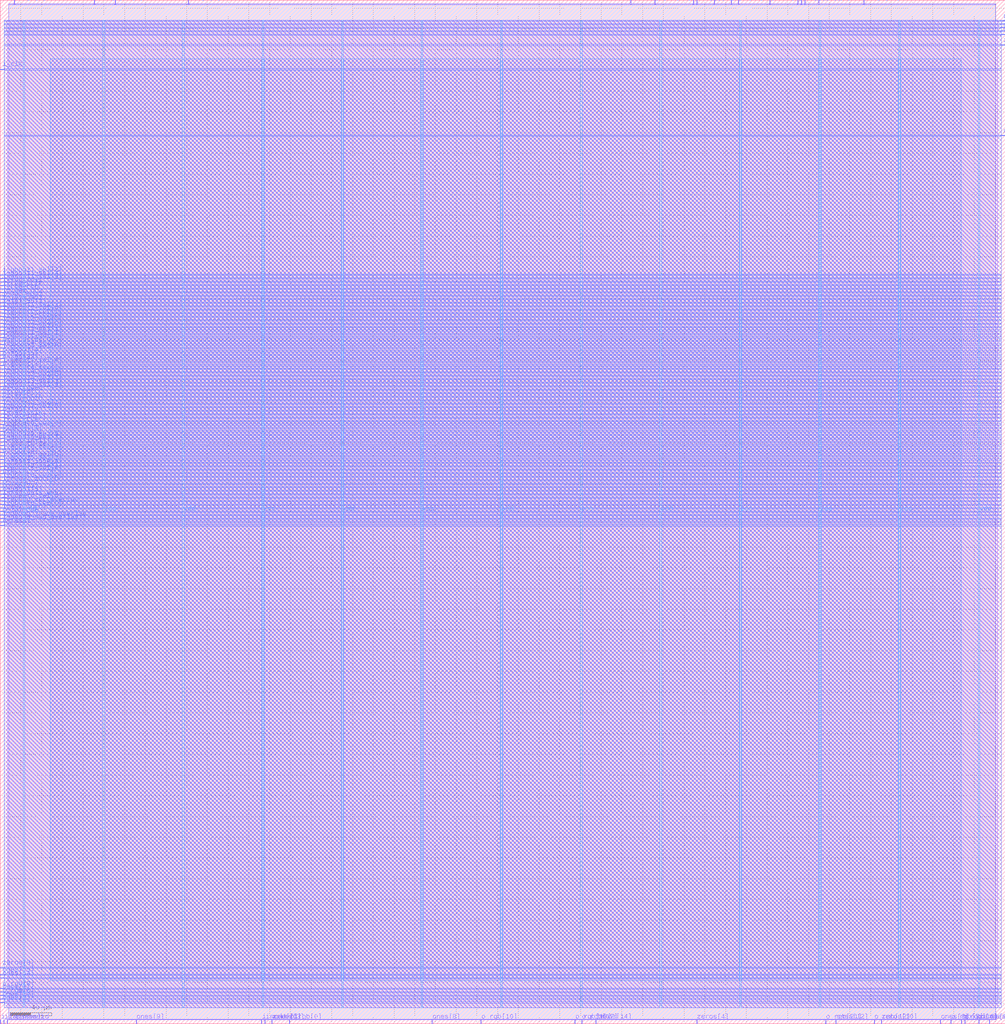
<source format=lef>
VERSION 5.7 ;
  NOWIREEXTENSIONATPIN ON ;
  DIVIDERCHAR "/" ;
  BUSBITCHARS "[]" ;
MACRO top_ew_algofoogle
  CLASS BLOCK ;
  FOREIGN top_ew_algofoogle ;
  ORIGIN 0.000 0.000 ;
  SIZE 969.855 BY 987.775 ;
  PIN i_clk
    DIRECTION INPUT ;
    USE SIGNAL ;
    ANTENNAGATEAREA 4.738000 ;
    ANTENNADIFFAREA 0.410400 ;
    PORT
      LAYER Metal3 ;
        RECT 0.000 920.640 4.000 921.200 ;
    END
  END i_clk
  PIN i_debug_map_overlay
    DIRECTION INPUT ;
    USE SIGNAL ;
    ANTENNAGATEAREA 0.498500 ;
    ANTENNADIFFAREA 0.410400 ;
    PORT
      LAYER Metal3 ;
        RECT 0.000 483.840 4.000 484.400 ;
    END
  END i_debug_map_overlay
  PIN i_debug_trace_overlay
    DIRECTION INPUT ;
    USE SIGNAL ;
    ANTENNAGATEAREA 1.102000 ;
    ANTENNADIFFAREA 0.410400 ;
    PORT
      LAYER Metal3 ;
        RECT 0.000 487.200 4.000 487.760 ;
    END
  END i_debug_trace_overlay
  PIN i_debug_vec_overlay
    DIRECTION INPUT ;
    USE SIGNAL ;
    ANTENNAGATEAREA 0.726000 ;
    ANTENNADIFFAREA 0.410400 ;
    PORT
      LAYER Metal3 ;
        RECT 0.000 500.640 4.000 501.200 ;
    END
  END i_debug_vec_overlay
  PIN i_gpout0_sel[0]
    DIRECTION INPUT ;
    USE SIGNAL ;
    ANTENNAGATEAREA 0.726000 ;
    ANTENNADIFFAREA 0.410400 ;
    PORT
      LAYER Metal3 ;
        RECT 0.000 504.000 4.000 504.560 ;
    END
  END i_gpout0_sel[0]
  PIN i_gpout0_sel[1]
    DIRECTION INPUT ;
    USE SIGNAL ;
    ANTENNAGATEAREA 1.102000 ;
    ANTENNADIFFAREA 0.410400 ;
    PORT
      LAYER Metal3 ;
        RECT 0.000 551.040 4.000 551.600 ;
    END
  END i_gpout0_sel[1]
  PIN i_gpout0_sel[2]
    DIRECTION INPUT ;
    USE SIGNAL ;
    ANTENNAGATEAREA 1.102000 ;
    ANTENNADIFFAREA 0.410400 ;
    PORT
      LAYER Metal3 ;
        RECT 0.000 554.400 4.000 554.960 ;
    END
  END i_gpout0_sel[2]
  PIN i_gpout0_sel[3]
    DIRECTION INPUT ;
    USE SIGNAL ;
    ANTENNAGATEAREA 1.102000 ;
    ANTENNADIFFAREA 0.410400 ;
    PORT
      LAYER Metal3 ;
        RECT 0.000 561.120 4.000 561.680 ;
    END
  END i_gpout0_sel[3]
  PIN i_gpout0_sel[4]
    DIRECTION INPUT ;
    USE SIGNAL ;
    ANTENNAGATEAREA 1.102000 ;
    ANTENNADIFFAREA 0.410400 ;
    PORT
      LAYER Metal3 ;
        RECT 0.000 574.560 4.000 575.120 ;
    END
  END i_gpout0_sel[4]
  PIN i_gpout0_sel[5]
    DIRECTION INPUT ;
    USE SIGNAL ;
    ANTENNAGATEAREA 0.726000 ;
    ANTENNADIFFAREA 0.410400 ;
    PORT
      LAYER Metal3 ;
        RECT 0.000 564.480 4.000 565.040 ;
    END
  END i_gpout0_sel[5]
  PIN i_gpout1_sel[0]
    DIRECTION INPUT ;
    USE SIGNAL ;
    ANTENNAGATEAREA 0.726000 ;
    ANTENNADIFFAREA 0.410400 ;
    PORT
      LAYER Metal3 ;
        RECT 0.000 672.000 4.000 672.560 ;
    END
  END i_gpout1_sel[0]
  PIN i_gpout1_sel[1]
    DIRECTION INPUT ;
    USE SIGNAL ;
    ANTENNAGATEAREA 0.726000 ;
    ANTENNADIFFAREA 0.410400 ;
    PORT
      LAYER Metal3 ;
        RECT 0.000 661.920 4.000 662.480 ;
    END
  END i_gpout1_sel[1]
  PIN i_gpout1_sel[2]
    DIRECTION INPUT ;
    USE SIGNAL ;
    ANTENNAGATEAREA 1.102000 ;
    ANTENNADIFFAREA 0.410400 ;
    PORT
      LAYER Metal3 ;
        RECT 0.000 722.400 4.000 722.960 ;
    END
  END i_gpout1_sel[2]
  PIN i_gpout1_sel[3]
    DIRECTION INPUT ;
    USE SIGNAL ;
    ANTENNAGATEAREA 1.102000 ;
    ANTENNADIFFAREA 0.410400 ;
    PORT
      LAYER Metal3 ;
        RECT 0.000 688.800 4.000 689.360 ;
    END
  END i_gpout1_sel[3]
  PIN i_gpout1_sel[4]
    DIRECTION INPUT ;
    USE SIGNAL ;
    ANTENNAGATEAREA 1.102000 ;
    ANTENNADIFFAREA 0.410400 ;
    PORT
      LAYER Metal3 ;
        RECT 0.000 719.040 4.000 719.600 ;
    END
  END i_gpout1_sel[4]
  PIN i_gpout1_sel[5]
    DIRECTION INPUT ;
    USE SIGNAL ;
    ANTENNAGATEAREA 0.726000 ;
    ANTENNADIFFAREA 0.410400 ;
    PORT
      LAYER Metal3 ;
        RECT 0.000 715.680 4.000 716.240 ;
    END
  END i_gpout1_sel[5]
  PIN i_gpout2_sel[0]
    DIRECTION INPUT ;
    USE SIGNAL ;
    ANTENNAGATEAREA 0.726000 ;
    ANTENNADIFFAREA 0.410400 ;
    PORT
      LAYER Metal3 ;
        RECT 0.000 685.440 4.000 686.000 ;
    END
  END i_gpout2_sel[0]
  PIN i_gpout2_sel[1]
    DIRECTION INPUT ;
    USE SIGNAL ;
    ANTENNAGATEAREA 1.102000 ;
    ANTENNADIFFAREA 0.410400 ;
    PORT
      LAYER Metal3 ;
        RECT 0.000 682.080 4.000 682.640 ;
    END
  END i_gpout2_sel[1]
  PIN i_gpout2_sel[2]
    DIRECTION INPUT ;
    USE SIGNAL ;
    ANTENNAGATEAREA 0.498500 ;
    ANTENNADIFFAREA 0.410400 ;
    PORT
      LAYER Metal3 ;
        RECT 0.000 678.720 4.000 679.280 ;
    END
  END i_gpout2_sel[2]
  PIN i_gpout2_sel[3]
    DIRECTION INPUT ;
    USE SIGNAL ;
    ANTENNAGATEAREA 1.102000 ;
    ANTENNADIFFAREA 0.410400 ;
    PORT
      LAYER Metal3 ;
        RECT 0.000 675.360 4.000 675.920 ;
    END
  END i_gpout2_sel[3]
  PIN i_gpout2_sel[4]
    DIRECTION INPUT ;
    USE SIGNAL ;
    ANTENNAGATEAREA 0.726000 ;
    ANTENNADIFFAREA 0.410400 ;
    PORT
      LAYER Metal3 ;
        RECT 0.000 665.280 4.000 665.840 ;
    END
  END i_gpout2_sel[4]
  PIN i_gpout2_sel[5]
    DIRECTION INPUT ;
    USE SIGNAL ;
    ANTENNAGATEAREA 0.726000 ;
    ANTENNADIFFAREA 0.410400 ;
    PORT
      LAYER Metal3 ;
        RECT 0.000 668.640 4.000 669.200 ;
    END
  END i_gpout2_sel[5]
  PIN i_gpout3_sel[0]
    DIRECTION INPUT ;
    USE SIGNAL ;
    ANTENNAGATEAREA 0.498500 ;
    ANTENNADIFFAREA 0.410400 ;
    PORT
      LAYER Metal3 ;
        RECT 0.000 591.360 4.000 591.920 ;
    END
  END i_gpout3_sel[0]
  PIN i_gpout3_sel[1]
    DIRECTION INPUT ;
    USE SIGNAL ;
    ANTENNAGATEAREA 1.102000 ;
    ANTENNADIFFAREA 0.410400 ;
    PORT
      LAYER Metal3 ;
        RECT 0.000 594.720 4.000 595.280 ;
    END
  END i_gpout3_sel[1]
  PIN i_gpout3_sel[2]
    DIRECTION INPUT ;
    USE SIGNAL ;
    ANTENNAGATEAREA 0.726000 ;
    ANTENNADIFFAREA 0.410400 ;
    PORT
      LAYER Metal3 ;
        RECT 0.000 614.880 4.000 615.440 ;
    END
  END i_gpout3_sel[2]
  PIN i_gpout3_sel[3]
    DIRECTION INPUT ;
    USE SIGNAL ;
    ANTENNAGATEAREA 1.102000 ;
    ANTENNADIFFAREA 0.410400 ;
    PORT
      LAYER Metal3 ;
        RECT 0.000 658.560 4.000 659.120 ;
    END
  END i_gpout3_sel[3]
  PIN i_gpout3_sel[4]
    DIRECTION INPUT ;
    USE SIGNAL ;
    ANTENNAGATEAREA 0.726000 ;
    ANTENNADIFFAREA 0.410400 ;
    PORT
      LAYER Metal3 ;
        RECT 0.000 635.040 4.000 635.600 ;
    END
  END i_gpout3_sel[4]
  PIN i_gpout3_sel[5]
    DIRECTION INPUT ;
    USE SIGNAL ;
    ANTENNAGATEAREA 0.726000 ;
    ANTENNADIFFAREA 0.410400 ;
    PORT
      LAYER Metal3 ;
        RECT 0.000 621.600 4.000 622.160 ;
    END
  END i_gpout3_sel[5]
  PIN i_gpout4_sel[0]
    DIRECTION INPUT ;
    USE SIGNAL ;
    ANTENNAGATEAREA 0.726000 ;
    ANTENNADIFFAREA 0.410400 ;
    PORT
      LAYER Metal3 ;
        RECT 0.000 648.480 4.000 649.040 ;
    END
  END i_gpout4_sel[0]
  PIN i_gpout4_sel[1]
    DIRECTION INPUT ;
    USE SIGNAL ;
    ANTENNAGATEAREA 0.726000 ;
    ANTENNADIFFAREA 0.410400 ;
    PORT
      LAYER Metal3 ;
        RECT 0.000 628.320 4.000 628.880 ;
    END
  END i_gpout4_sel[1]
  PIN i_gpout4_sel[2]
    DIRECTION INPUT ;
    USE SIGNAL ;
    ANTENNAGATEAREA 0.726000 ;
    ANTENNADIFFAREA 0.410400 ;
    PORT
      LAYER Metal3 ;
        RECT 0.000 651.840 4.000 652.400 ;
    END
  END i_gpout4_sel[2]
  PIN i_gpout4_sel[3]
    DIRECTION INPUT ;
    USE SIGNAL ;
    ANTENNAGATEAREA 1.102000 ;
    ANTENNADIFFAREA 0.410400 ;
    PORT
      LAYER Metal3 ;
        RECT 0.000 618.240 4.000 618.800 ;
    END
  END i_gpout4_sel[3]
  PIN i_gpout4_sel[4]
    DIRECTION INPUT ;
    USE SIGNAL ;
    ANTENNAGATEAREA 1.102000 ;
    ANTENNADIFFAREA 0.410400 ;
    PORT
      LAYER Metal3 ;
        RECT 0.000 624.960 4.000 625.520 ;
    END
  END i_gpout4_sel[4]
  PIN i_gpout4_sel[5]
    DIRECTION INPUT ;
    USE SIGNAL ;
    ANTENNAGATEAREA 1.102000 ;
    ANTENNADIFFAREA 0.410400 ;
    PORT
      LAYER Metal3 ;
        RECT 0.000 611.520 4.000 612.080 ;
    END
  END i_gpout4_sel[5]
  PIN i_gpout5_sel[0]
    DIRECTION INPUT ;
    USE SIGNAL ;
    ANTENNAGATEAREA 0.726000 ;
    ANTENNADIFFAREA 0.410400 ;
    PORT
      LAYER Metal3 ;
        RECT 0.000 497.280 4.000 497.840 ;
    END
  END i_gpout5_sel[0]
  PIN i_gpout5_sel[1]
    DIRECTION INPUT ;
    USE SIGNAL ;
    ANTENNAGATEAREA 0.726000 ;
    ANTENNADIFFAREA 0.410400 ;
    PORT
      LAYER Metal3 ;
        RECT 0.000 534.240 4.000 534.800 ;
    END
  END i_gpout5_sel[1]
  PIN i_gpout5_sel[2]
    DIRECTION INPUT ;
    USE SIGNAL ;
    ANTENNAGATEAREA 0.726000 ;
    ANTENNADIFFAREA 0.410400 ;
    PORT
      LAYER Metal3 ;
        RECT 0.000 524.160 4.000 524.720 ;
    END
  END i_gpout5_sel[2]
  PIN i_gpout5_sel[3]
    DIRECTION INPUT ;
    USE SIGNAL ;
    ANTENNAGATEAREA 0.498500 ;
    ANTENNADIFFAREA 0.410400 ;
    PORT
      LAYER Metal3 ;
        RECT 0.000 540.960 4.000 541.520 ;
    END
  END i_gpout5_sel[3]
  PIN i_gpout5_sel[4]
    DIRECTION INPUT ;
    USE SIGNAL ;
    ANTENNAGATEAREA 0.726000 ;
    ANTENNADIFFAREA 0.410400 ;
    PORT
      LAYER Metal3 ;
        RECT 0.000 530.880 4.000 531.440 ;
    END
  END i_gpout5_sel[4]
  PIN i_gpout5_sel[5]
    DIRECTION INPUT ;
    USE SIGNAL ;
    ANTENNAGATEAREA 0.726000 ;
    ANTENNADIFFAREA 0.410400 ;
    PORT
      LAYER Metal3 ;
        RECT 0.000 544.320 4.000 544.880 ;
    END
  END i_gpout5_sel[5]
  PIN i_la_invalid
    DIRECTION INPUT ;
    USE SIGNAL ;
    PORT
      LAYER Metal2 ;
        RECT 0.000 0.000 0.560 4.000 ;
    END
  END i_la_invalid
  PIN i_mode[0]
    DIRECTION INPUT ;
    USE SIGNAL ;
    ANTENNAGATEAREA 1.102000 ;
    ANTENNADIFFAREA 0.410400 ;
    PORT
      LAYER Metal2 ;
        RECT 252.000 0.000 252.560 4.000 ;
    END
  END i_mode[0]
  PIN i_mode[1]
    DIRECTION INPUT ;
    USE SIGNAL ;
    ANTENNAGATEAREA 1.102000 ;
    ANTENNADIFFAREA 0.410400 ;
    PORT
      LAYER Metal2 ;
        RECT 255.360 0.000 255.920 4.000 ;
    END
  END i_mode[1]
  PIN i_mode[2]
    DIRECTION INPUT ;
    USE SIGNAL ;
    ANTENNAGATEAREA 1.102000 ;
    ANTENNADIFFAREA 0.410400 ;
    PORT
      LAYER Metal2 ;
        RECT 608.160 983.775 608.720 987.775 ;
    END
  END i_mode[2]
  PIN i_reg_csb
    DIRECTION INPUT ;
    USE SIGNAL ;
    ANTENNAGATEAREA 1.102000 ;
    ANTENNADIFFAREA 0.410400 ;
    PORT
      LAYER Metal3 ;
        RECT 0.000 705.600 4.000 706.160 ;
    END
  END i_reg_csb
  PIN i_reg_mosi
    DIRECTION INPUT ;
    USE SIGNAL ;
    ANTENNAGATEAREA 1.102000 ;
    ANTENNADIFFAREA 0.410400 ;
    PORT
      LAYER Metal3 ;
        RECT 0.000 712.320 4.000 712.880 ;
    END
  END i_reg_mosi
  PIN i_reg_outs_enb
    DIRECTION INPUT ;
    USE SIGNAL ;
    ANTENNAGATEAREA 1.102000 ;
    ANTENNADIFFAREA 0.410400 ;
    PORT
      LAYER Metal3 ;
        RECT 0.000 507.360 4.000 507.920 ;
    END
  END i_reg_outs_enb
  PIN i_reg_sclk
    DIRECTION INPUT ;
    USE SIGNAL ;
    ANTENNAGATEAREA 1.102000 ;
    ANTENNADIFFAREA 0.410400 ;
    PORT
      LAYER Metal3 ;
        RECT 0.000 708.960 4.000 709.520 ;
    END
  END i_reg_sclk
  PIN i_reset_lock_a
    DIRECTION INPUT ;
    USE SIGNAL ;
    ANTENNAGATEAREA 1.102000 ;
    ANTENNADIFFAREA 0.410400 ;
    PORT
      LAYER Metal3 ;
        RECT 0.000 537.600 4.000 538.160 ;
    END
  END i_reset_lock_a
  PIN i_reset_lock_b
    DIRECTION INPUT ;
    USE SIGNAL ;
    ANTENNAGATEAREA 1.102000 ;
    ANTENNADIFFAREA 0.410400 ;
    PORT
      LAYER Metal3 ;
        RECT 0.000 520.800 4.000 521.360 ;
    END
  END i_reset_lock_b
  PIN i_spare_0
    DIRECTION INPUT ;
    USE SIGNAL ;
    PORT
      LAYER Metal2 ;
        RECT 3.360 0.000 3.920 4.000 ;
    END
  END i_spare_0
  PIN i_spare_1
    DIRECTION INPUT ;
    USE SIGNAL ;
    PORT
      LAYER Metal2 ;
        RECT 6.720 0.000 7.280 4.000 ;
    END
  END i_spare_1
  PIN i_test_uc2
    DIRECTION INPUT ;
    USE SIGNAL ;
    ANTENNAGATEAREA 0.498500 ;
    ANTENNADIFFAREA 0.410400 ;
    PORT
      LAYER Metal3 ;
        RECT 0.000 702.240 4.000 702.800 ;
    END
  END i_test_uc2
  PIN i_test_wci
    DIRECTION INPUT ;
    USE SIGNAL ;
    ANTENNAGATEAREA 0.726000 ;
    ANTENNADIFFAREA 0.410400 ;
    PORT
      LAYER Metal3 ;
        RECT 0.000 695.520 4.000 696.080 ;
    END
  END i_test_wci
  PIN i_tex_in[0]
    DIRECTION INPUT ;
    USE SIGNAL ;
    ANTENNAGATEAREA 0.726000 ;
    ANTENNADIFFAREA 0.410400 ;
    PORT
      LAYER Metal3 ;
        RECT 0.000 493.920 4.000 494.480 ;
    END
  END i_tex_in[0]
  PIN i_tex_in[1]
    DIRECTION INPUT ;
    USE SIGNAL ;
    ANTENNAGATEAREA 0.726000 ;
    ANTENNADIFFAREA 0.410400 ;
    PORT
      LAYER Metal3 ;
        RECT 0.000 557.760 4.000 558.320 ;
    END
  END i_tex_in[1]
  PIN i_tex_in[2]
    DIRECTION INPUT ;
    USE SIGNAL ;
    ANTENNAGATEAREA 0.726000 ;
    ANTENNADIFFAREA 0.410400 ;
    PORT
      LAYER Metal3 ;
        RECT 0.000 692.160 4.000 692.720 ;
    END
  END i_tex_in[2]
  PIN i_tex_in[3]
    DIRECTION INPUT ;
    USE SIGNAL ;
    ANTENNAGATEAREA 0.726000 ;
    ANTENNADIFFAREA 0.410400 ;
    PORT
      LAYER Metal3 ;
        RECT 0.000 581.280 4.000 581.840 ;
    END
  END i_tex_in[3]
  PIN i_vec_csb
    DIRECTION INPUT ;
    USE SIGNAL ;
    ANTENNAGATEAREA 1.102000 ;
    ANTENNADIFFAREA 0.410400 ;
    PORT
      LAYER Metal3 ;
        RECT 0.000 577.920 4.000 578.480 ;
    END
  END i_vec_csb
  PIN i_vec_mosi
    DIRECTION INPUT ;
    USE SIGNAL ;
    ANTENNAGATEAREA 1.102000 ;
    ANTENNADIFFAREA 0.410400 ;
    PORT
      LAYER Metal3 ;
        RECT 0.000 698.880 4.000 699.440 ;
    END
  END i_vec_mosi
  PIN i_vec_sclk
    DIRECTION INPUT ;
    USE SIGNAL ;
    ANTENNAGATEAREA 1.102000 ;
    ANTENNADIFFAREA 0.410400 ;
    PORT
      LAYER Metal3 ;
        RECT 0.000 584.640 4.000 585.200 ;
    END
  END i_vec_sclk
  PIN o_gpout[0]
    DIRECTION OUTPUT TRISTATE ;
    USE SIGNAL ;
    ANTENNADIFFAREA 0.897600 ;
    PORT
      LAYER Metal3 ;
        RECT 0.000 567.840 4.000 568.400 ;
    END
  END o_gpout[0]
  PIN o_gpout[1]
    DIRECTION OUTPUT TRISTATE ;
    USE SIGNAL ;
    ANTENNADIFFAREA 0.897600 ;
    PORT
      LAYER Metal3 ;
        RECT 0.000 571.200 4.000 571.760 ;
    END
  END o_gpout[1]
  PIN o_gpout[2]
    DIRECTION OUTPUT TRISTATE ;
    USE SIGNAL ;
    ANTENNADIFFAREA 0.897600 ;
    PORT
      LAYER Metal3 ;
        RECT 0.000 655.200 4.000 655.760 ;
    END
  END o_gpout[2]
  PIN o_gpout[3]
    DIRECTION OUTPUT TRISTATE ;
    USE SIGNAL ;
    ANTENNADIFFAREA 0.897600 ;
    PORT
      LAYER Metal3 ;
        RECT 0.000 631.680 4.000 632.240 ;
    END
  END o_gpout[3]
  PIN o_gpout[4]
    DIRECTION OUTPUT TRISTATE ;
    USE SIGNAL ;
    ANTENNADIFFAREA 0.897600 ;
    PORT
      LAYER Metal3 ;
        RECT 0.000 645.120 4.000 645.680 ;
    END
  END o_gpout[4]
  PIN o_gpout[5]
    DIRECTION OUTPUT TRISTATE ;
    USE SIGNAL ;
    ANTENNADIFFAREA 0.897600 ;
    PORT
      LAYER Metal3 ;
        RECT 0.000 510.720 4.000 511.280 ;
    END
  END o_gpout[5]
  PIN o_hsync
    DIRECTION OUTPUT TRISTATE ;
    USE SIGNAL ;
    ANTENNADIFFAREA 2.080400 ;
    PORT
      LAYER Metal3 ;
        RECT 0.000 527.520 4.000 528.080 ;
    END
  END o_hsync
  PIN o_reset
    DIRECTION OUTPUT TRISTATE ;
    USE SIGNAL ;
    ANTENNADIFFAREA 1.986000 ;
    PORT
      LAYER Metal3 ;
        RECT 0.000 480.480 4.000 481.040 ;
    END
  END o_reset
  PIN o_rgb[0]
    DIRECTION OUTPUT TRISTATE ;
    USE SIGNAL ;
    ANTENNADIFFAREA 0.360800 ;
    PORT
      LAYER Metal2 ;
        RECT 278.880 0.000 279.440 4.000 ;
    END
  END o_rgb[0]
  PIN o_rgb[10]
    DIRECTION OUTPUT TRISTATE ;
    USE SIGNAL ;
    ANTENNADIFFAREA 0.360800 ;
    PORT
      LAYER Metal2 ;
        RECT 463.680 0.000 464.240 4.000 ;
    END
  END o_rgb[10]
  PIN o_rgb[11]
    DIRECTION OUTPUT TRISTATE ;
    USE SIGNAL ;
    ANTENNADIFFAREA 0.360800 ;
    PORT
      LAYER Metal2 ;
        RECT 772.800 983.775 773.360 987.775 ;
    END
  END o_rgb[11]
  PIN o_rgb[12]
    DIRECTION OUTPUT TRISTATE ;
    USE SIGNAL ;
    ANTENNADIFFAREA 0.360800 ;
    PORT
      LAYER Metal2 ;
        RECT 843.360 0.000 843.920 4.000 ;
    END
  END o_rgb[12]
  PIN o_rgb[13]
    DIRECTION OUTPUT TRISTATE ;
    USE SIGNAL ;
    ANTENNADIFFAREA 0.360800 ;
    PORT
      LAYER Metal2 ;
        RECT 672.000 983.775 672.560 987.775 ;
    END
  END o_rgb[13]
  PIN o_rgb[14]
    DIRECTION OUTPUT TRISTATE ;
    USE SIGNAL ;
    ANTENNADIFFAREA 1.986000 ;
    PORT
      LAYER Metal3 ;
        RECT 0.000 547.680 4.000 548.240 ;
    END
  END o_rgb[14]
  PIN o_rgb[15]
    DIRECTION OUTPUT TRISTATE ;
    USE SIGNAL ;
    ANTENNADIFFAREA 1.986000 ;
    PORT
      LAYER Metal3 ;
        RECT 0.000 641.760 4.000 642.320 ;
    END
  END o_rgb[15]
  PIN o_rgb[16]
    DIRECTION OUTPUT TRISTATE ;
    USE SIGNAL ;
    ANTENNADIFFAREA 0.360800 ;
    PORT
      LAYER Metal2 ;
        RECT 927.360 0.000 927.920 4.000 ;
    END
  END o_rgb[16]
  PIN o_rgb[17]
    DIRECTION OUTPUT TRISTATE ;
    USE SIGNAL ;
    ANTENNADIFFAREA 0.360800 ;
    PORT
      LAYER Metal2 ;
        RECT 561.120 0.000 561.680 4.000 ;
    END
  END o_rgb[17]
  PIN o_rgb[18]
    DIRECTION OUTPUT TRISTATE ;
    USE SIGNAL ;
    ANTENNADIFFAREA 0.360800 ;
    PORT
      LAYER Metal2 ;
        RECT 833.280 983.775 833.840 987.775 ;
    END
  END o_rgb[18]
  PIN o_rgb[19]
    DIRECTION OUTPUT TRISTATE ;
    USE SIGNAL ;
    ANTENNADIFFAREA 0.360800 ;
    PORT
      LAYER Metal2 ;
        RECT 554.400 0.000 554.960 4.000 ;
    END
  END o_rgb[19]
  PIN o_rgb[1]
    DIRECTION OUTPUT TRISTATE ;
    USE SIGNAL ;
    ANTENNADIFFAREA 0.360800 ;
    PORT
      LAYER Metal3 ;
        RECT 965.855 856.800 969.855 857.360 ;
    END
  END o_rgb[1]
  PIN o_rgb[20]
    DIRECTION OUTPUT TRISTATE ;
    USE SIGNAL ;
    ANTENNADIFFAREA 0.360800 ;
    PORT
      LAYER Metal3 ;
        RECT 965.855 957.600 969.855 958.160 ;
    END
  END o_rgb[20]
  PIN o_rgb[21]
    DIRECTION OUTPUT TRISTATE ;
    USE SIGNAL ;
    ANTENNADIFFAREA 0.360800 ;
    PORT
      LAYER Metal2 ;
        RECT 796.320 0.000 796.880 4.000 ;
    END
  END o_rgb[21]
  PIN o_rgb[22]
    DIRECTION OUTPUT TRISTATE ;
    USE SIGNAL ;
    ANTENNADIFFAREA 1.986000 ;
    PORT
      LAYER Metal3 ;
        RECT 0.000 638.400 4.000 638.960 ;
    END
  END o_rgb[22]
  PIN o_rgb[23]
    DIRECTION OUTPUT TRISTATE ;
    USE SIGNAL ;
    ANTENNADIFFAREA 1.986000 ;
    PORT
      LAYER Metal3 ;
        RECT 0.000 514.080 4.000 514.640 ;
    END
  END o_rgb[23]
  PIN o_rgb[2]
    DIRECTION OUTPUT TRISTATE ;
    USE SIGNAL ;
    ANTENNADIFFAREA 0.360800 ;
    PORT
      LAYER Metal2 ;
        RECT 181.440 983.775 182.000 987.775 ;
    END
  END o_rgb[2]
  PIN o_rgb[3]
    DIRECTION OUTPUT TRISTATE ;
    USE SIGNAL ;
    ANTENNADIFFAREA 0.360800 ;
    PORT
      LAYER Metal2 ;
        RECT 13.440 983.775 14.000 987.775 ;
    END
  END o_rgb[3]
  PIN o_rgb[4]
    DIRECTION OUTPUT TRISTATE ;
    USE SIGNAL ;
    ANTENNADIFFAREA 0.360800 ;
    PORT
      LAYER Metal2 ;
        RECT 930.720 0.000 931.280 4.000 ;
    END
  END o_rgb[4]
  PIN o_rgb[5]
    DIRECTION OUTPUT TRISTATE ;
    USE SIGNAL ;
    ANTENNADIFFAREA 0.360800 ;
    PORT
      LAYER Metal3 ;
        RECT 0.000 26.880 4.000 27.440 ;
    END
  END o_rgb[5]
  PIN o_rgb[6]
    DIRECTION OUTPUT TRISTATE ;
    USE SIGNAL ;
    ANTENNADIFFAREA 2.080400 ;
    PORT
      LAYER Metal3 ;
        RECT 0.000 604.800 4.000 605.360 ;
    END
  END o_rgb[6]
  PIN o_rgb[7]
    DIRECTION OUTPUT TRISTATE ;
    USE SIGNAL ;
    ANTENNADIFFAREA 2.080400 ;
    PORT
      LAYER Metal3 ;
        RECT 0.000 588.000 4.000 588.560 ;
    END
  END o_rgb[7]
  PIN o_rgb[8]
    DIRECTION OUTPUT TRISTATE ;
    USE SIGNAL ;
    ANTENNADIFFAREA 0.360800 ;
    PORT
      LAYER Metal3 ;
        RECT 0.000 33.600 4.000 34.160 ;
    END
  END o_rgb[8]
  PIN o_rgb[9]
    DIRECTION OUTPUT TRISTATE ;
    USE SIGNAL ;
    ANTENNADIFFAREA 0.360800 ;
    PORT
      LAYER Metal2 ;
        RECT 917.280 0.000 917.840 4.000 ;
    END
  END o_rgb[9]
  PIN o_tex_csb
    DIRECTION OUTPUT TRISTATE ;
    USE SIGNAL ;
    ANTENNADIFFAREA 1.986000 ;
    PORT
      LAYER Metal3 ;
        RECT 0.000 490.560 4.000 491.120 ;
    END
  END o_tex_csb
  PIN o_tex_oeb0
    DIRECTION OUTPUT TRISTATE ;
    USE SIGNAL ;
    ANTENNADIFFAREA 1.986000 ;
    PORT
      LAYER Metal3 ;
        RECT 0.000 608.160 4.000 608.720 ;
    END
  END o_tex_oeb0
  PIN o_tex_out0
    DIRECTION OUTPUT TRISTATE ;
    USE SIGNAL ;
    ANTENNADIFFAREA 1.986000 ;
    PORT
      LAYER Metal3 ;
        RECT 0.000 598.080 4.000 598.640 ;
    END
  END o_tex_out0
  PIN o_tex_sclk
    DIRECTION OUTPUT TRISTATE ;
    USE SIGNAL ;
    ANTENNADIFFAREA 0.897600 ;
    PORT
      LAYER Metal3 ;
        RECT 0.000 601.440 4.000 602.000 ;
    END
  END o_tex_sclk
  PIN o_vsync
    DIRECTION OUTPUT TRISTATE ;
    USE SIGNAL ;
    ANTENNADIFFAREA 1.986000 ;
    PORT
      LAYER Metal3 ;
        RECT 0.000 517.440 4.000 518.000 ;
    END
  END o_vsync
  PIN ones[0]
    DIRECTION OUTPUT TRISTATE ;
    USE SIGNAL ;
    ANTENNADIFFAREA 0.536800 ;
    PORT
      LAYER Metal2 ;
        RECT 90.720 983.775 91.280 987.775 ;
    END
  END ones[0]
  PIN ones[10]
    DIRECTION OUTPUT TRISTATE ;
    USE SIGNAL ;
    ANTENNADIFFAREA 0.536800 ;
    PORT
      LAYER Metal3 ;
        RECT 0.000 23.520 4.000 24.080 ;
    END
  END ones[10]
  PIN ones[11]
    DIRECTION OUTPUT TRISTATE ;
    USE SIGNAL ;
    ANTENNADIFFAREA 0.536800 ;
    PORT
      LAYER Metal2 ;
        RECT 705.600 983.775 706.160 987.775 ;
    END
  END ones[11]
  PIN ones[12]
    DIRECTION OUTPUT TRISTATE ;
    USE SIGNAL ;
    ANTENNADIFFAREA 0.536800 ;
    PORT
      LAYER Metal2 ;
        RECT 806.400 0.000 806.960 4.000 ;
    END
  END ones[12]
  PIN ones[13]
    DIRECTION OUTPUT TRISTATE ;
    USE SIGNAL ;
    ANTENNADIFFAREA 0.536800 ;
    PORT
      LAYER Metal2 ;
        RECT 954.240 0.000 954.800 4.000 ;
    END
  END ones[13]
  PIN ones[14]
    DIRECTION OUTPUT TRISTATE ;
    USE SIGNAL ;
    ANTENNADIFFAREA 0.536800 ;
    PORT
      LAYER Metal3 ;
        RECT 0.000 43.680 4.000 44.240 ;
    END
  END ones[14]
  PIN ones[15]
    DIRECTION OUTPUT TRISTATE ;
    USE SIGNAL ;
    ANTENNADIFFAREA 0.536800 ;
    PORT
      LAYER Metal3 ;
        RECT 0.000 47.040 4.000 47.600 ;
    END
  END ones[15]
  PIN ones[1]
    DIRECTION OUTPUT TRISTATE ;
    USE SIGNAL ;
    ANTENNADIFFAREA 0.536800 ;
    PORT
      LAYER Metal3 ;
        RECT 965.855 967.680 969.855 968.240 ;
    END
  END ones[1]
  PIN ones[2]
    DIRECTION OUTPUT TRISTATE ;
    USE SIGNAL ;
    ANTENNADIFFAREA 0.536800 ;
    PORT
      LAYER Metal3 ;
        RECT 0.000 20.160 4.000 20.720 ;
    END
  END ones[2]
  PIN ones[3]
    DIRECTION OUTPUT TRISTATE ;
    USE SIGNAL ;
    ANTENNADIFFAREA 0.536800 ;
    PORT
      LAYER Metal2 ;
        RECT 907.200 0.000 907.760 4.000 ;
    END
  END ones[3]
  PIN ones[4]
    DIRECTION OUTPUT TRISTATE ;
    USE SIGNAL ;
    ANTENNADIFFAREA 0.536800 ;
    PORT
      LAYER Metal2 ;
        RECT 110.880 983.775 111.440 987.775 ;
    END
  END ones[4]
  PIN ones[5]
    DIRECTION OUTPUT TRISTATE ;
    USE SIGNAL ;
    ANTENNADIFFAREA 0.536800 ;
    PORT
      LAYER Metal2 ;
        RECT 688.800 983.775 689.360 987.775 ;
    END
  END ones[5]
  PIN ones[6]
    DIRECTION OUTPUT TRISTATE ;
    USE SIGNAL ;
    ANTENNADIFFAREA 0.536800 ;
    PORT
      LAYER Metal3 ;
        RECT 965.855 954.240 969.855 954.800 ;
    END
  END ones[6]
  PIN ones[7]
    DIRECTION OUTPUT TRISTATE ;
    USE SIGNAL ;
    ANTENNADIFFAREA 0.536800 ;
    PORT
      LAYER Metal3 ;
        RECT 0.000 30.240 4.000 30.800 ;
    END
  END ones[7]
  PIN ones[8]
    DIRECTION OUTPUT TRISTATE ;
    USE SIGNAL ;
    ANTENNADIFFAREA 0.536800 ;
    PORT
      LAYER Metal2 ;
        RECT 416.640 0.000 417.200 4.000 ;
    END
  END ones[8]
  PIN ones[9]
    DIRECTION OUTPUT TRISTATE ;
    USE SIGNAL ;
    ANTENNADIFFAREA 0.536800 ;
    PORT
      LAYER Metal2 ;
        RECT 131.040 0.000 131.600 4.000 ;
    END
  END ones[9]
  PIN vdd
    DIRECTION INOUT ;
    USE POWER ;
    PORT
      LAYER Metal4 ;
        RECT 22.240 15.380 23.840 968.540 ;
    END
    PORT
      LAYER Metal4 ;
        RECT 175.840 15.380 177.440 968.540 ;
    END
    PORT
      LAYER Metal4 ;
        RECT 329.440 15.380 331.040 968.540 ;
    END
    PORT
      LAYER Metal4 ;
        RECT 483.040 15.380 484.640 968.540 ;
    END
    PORT
      LAYER Metal4 ;
        RECT 636.640 15.380 638.240 968.540 ;
    END
    PORT
      LAYER Metal4 ;
        RECT 790.240 15.380 791.840 968.540 ;
    END
    PORT
      LAYER Metal4 ;
        RECT 943.840 15.380 945.440 968.540 ;
    END
  END vdd
  PIN vss
    DIRECTION INOUT ;
    USE GROUND ;
    PORT
      LAYER Metal4 ;
        RECT 99.040 15.380 100.640 968.540 ;
    END
    PORT
      LAYER Metal4 ;
        RECT 252.640 15.380 254.240 968.540 ;
    END
    PORT
      LAYER Metal4 ;
        RECT 406.240 15.380 407.840 968.540 ;
    END
    PORT
      LAYER Metal4 ;
        RECT 559.840 15.380 561.440 968.540 ;
    END
    PORT
      LAYER Metal4 ;
        RECT 713.440 15.380 715.040 968.540 ;
    END
    PORT
      LAYER Metal4 ;
        RECT 867.040 15.380 868.640 968.540 ;
    END
  END vss
  PIN zeros[0]
    DIRECTION OUTPUT TRISTATE ;
    USE SIGNAL ;
    ANTENNADIFFAREA 0.360800 ;
    PORT
      LAYER Metal3 ;
        RECT 965.855 960.960 969.855 961.520 ;
    END
  END zeros[0]
  PIN zeros[10]
    DIRECTION OUTPUT TRISTATE ;
    USE SIGNAL ;
    ANTENNADIFFAREA 0.360800 ;
    PORT
      LAYER Metal2 ;
        RECT 850.080 0.000 850.640 4.000 ;
    END
  END zeros[10]
  PIN zeros[11]
    DIRECTION OUTPUT TRISTATE ;
    USE SIGNAL ;
    ANTENNADIFFAREA 0.360800 ;
    PORT
      LAYER Metal2 ;
        RECT 712.320 983.775 712.880 987.775 ;
    END
  END zeros[11]
  PIN zeros[12]
    DIRECTION OUTPUT TRISTATE ;
    USE SIGNAL ;
    ANTENNADIFFAREA 0.360800 ;
    PORT
      LAYER Metal2 ;
        RECT 776.160 983.775 776.720 987.775 ;
    END
  END zeros[12]
  PIN zeros[13]
    DIRECTION OUTPUT TRISTATE ;
    USE SIGNAL ;
    ANTENNADIFFAREA 0.360800 ;
    PORT
      LAYER Metal2 ;
        RECT 631.680 983.775 632.240 987.775 ;
    END
  END zeros[13]
  PIN zeros[14]
    DIRECTION OUTPUT TRISTATE ;
    USE SIGNAL ;
    ANTENNADIFFAREA 0.360800 ;
    PORT
      LAYER Metal2 ;
        RECT 574.560 0.000 575.120 4.000 ;
    END
  END zeros[14]
  PIN zeros[15]
    DIRECTION OUTPUT TRISTATE ;
    USE SIGNAL ;
    ANTENNADIFFAREA 0.360800 ;
    PORT
      LAYER Metal3 ;
        RECT 965.855 964.320 969.855 964.880 ;
    END
  END zeros[15]
  PIN zeros[1]
    DIRECTION OUTPUT TRISTATE ;
    USE SIGNAL ;
    ANTENNADIFFAREA 0.360800 ;
    PORT
      LAYER Metal2 ;
        RECT 742.560 983.775 743.120 987.775 ;
    END
  END zeros[1]
  PIN zeros[2]
    DIRECTION OUTPUT TRISTATE ;
    USE SIGNAL ;
    ANTENNADIFFAREA 0.360800 ;
    PORT
      LAYER Metal2 ;
        RECT 769.440 983.775 770.000 987.775 ;
    END
  END zeros[2]
  PIN zeros[3]
    DIRECTION OUTPUT TRISTATE ;
    USE SIGNAL ;
    ANTENNADIFFAREA 0.360800 ;
    PORT
      LAYER Metal2 ;
        RECT 262.080 0.000 262.640 4.000 ;
    END
  END zeros[3]
  PIN zeros[4]
    DIRECTION OUTPUT TRISTATE ;
    USE SIGNAL ;
    ANTENNADIFFAREA 0.360800 ;
    PORT
      LAYER Metal2 ;
        RECT 672.000 0.000 672.560 4.000 ;
    END
  END zeros[4]
  PIN zeros[5]
    DIRECTION OUTPUT TRISTATE ;
    USE SIGNAL ;
    ANTENNADIFFAREA 0.360800 ;
    PORT
      LAYER Metal2 ;
        RECT 668.640 983.775 669.200 987.775 ;
    END
  END zeros[5]
  PIN zeros[6]
    DIRECTION OUTPUT TRISTATE ;
    USE SIGNAL ;
    ANTENNADIFFAREA 0.360800 ;
    PORT
      LAYER Metal3 ;
        RECT 965.855 944.160 969.855 944.720 ;
    END
  END zeros[6]
  PIN zeros[7]
    DIRECTION OUTPUT TRISTATE ;
    USE SIGNAL ;
    ANTENNADIFFAREA 0.360800 ;
    PORT
      LAYER Metal2 ;
        RECT 789.600 983.775 790.160 987.775 ;
    END
  END zeros[7]
  PIN zeros[8]
    DIRECTION OUTPUT TRISTATE ;
    USE SIGNAL ;
    ANTENNADIFFAREA 0.360800 ;
    PORT
      LAYER Metal3 ;
        RECT 0.000 53.760 4.000 54.320 ;
    END
  END zeros[8]
  PIN zeros[9]
    DIRECTION OUTPUT TRISTATE ;
    USE SIGNAL ;
    ANTENNADIFFAREA 0.360800 ;
    PORT
      LAYER Metal2 ;
        RECT 944.160 0.000 944.720 4.000 ;
    END
  END zeros[9]
  OBS
      LAYER Metal1 ;
        RECT 6.720 15.380 962.640 968.540 ;
      LAYER Metal2 ;
        RECT 7.980 983.475 13.140 984.340 ;
        RECT 14.300 983.475 90.420 984.340 ;
        RECT 91.580 983.475 110.580 984.340 ;
        RECT 111.740 983.475 181.140 984.340 ;
        RECT 182.300 983.475 607.860 984.340 ;
        RECT 609.020 983.475 631.380 984.340 ;
        RECT 632.540 983.475 668.340 984.340 ;
        RECT 669.500 983.475 671.700 984.340 ;
        RECT 672.860 983.475 688.500 984.340 ;
        RECT 689.660 983.475 705.300 984.340 ;
        RECT 706.460 983.475 712.020 984.340 ;
        RECT 713.180 983.475 742.260 984.340 ;
        RECT 743.420 983.475 769.140 984.340 ;
        RECT 770.300 983.475 772.500 984.340 ;
        RECT 773.660 983.475 775.860 984.340 ;
        RECT 777.020 983.475 789.300 984.340 ;
        RECT 790.460 983.475 832.980 984.340 ;
        RECT 834.140 983.475 960.820 984.340 ;
        RECT 7.980 4.300 960.820 983.475 ;
        RECT 7.980 4.000 130.740 4.300 ;
        RECT 131.900 4.000 251.700 4.300 ;
        RECT 252.860 4.000 255.060 4.300 ;
        RECT 256.220 4.000 261.780 4.300 ;
        RECT 262.940 4.000 278.580 4.300 ;
        RECT 279.740 4.000 416.340 4.300 ;
        RECT 417.500 4.000 463.380 4.300 ;
        RECT 464.540 4.000 554.100 4.300 ;
        RECT 555.260 4.000 560.820 4.300 ;
        RECT 561.980 4.000 574.260 4.300 ;
        RECT 575.420 4.000 671.700 4.300 ;
        RECT 672.860 4.000 796.020 4.300 ;
        RECT 797.180 4.000 806.100 4.300 ;
        RECT 807.260 4.000 843.060 4.300 ;
        RECT 844.220 4.000 849.780 4.300 ;
        RECT 850.940 4.000 906.900 4.300 ;
        RECT 908.060 4.000 916.980 4.300 ;
        RECT 918.140 4.000 927.060 4.300 ;
        RECT 928.220 4.000 930.420 4.300 ;
        RECT 931.580 4.000 943.860 4.300 ;
        RECT 945.020 4.000 953.940 4.300 ;
        RECT 955.100 4.000 960.820 4.300 ;
      LAYER Metal3 ;
        RECT 4.000 967.380 965.555 968.380 ;
        RECT 4.000 965.180 965.855 967.380 ;
        RECT 4.000 964.020 965.555 965.180 ;
        RECT 4.000 961.820 965.855 964.020 ;
        RECT 4.000 960.660 965.555 961.820 ;
        RECT 4.000 958.460 965.855 960.660 ;
        RECT 4.000 957.300 965.555 958.460 ;
        RECT 4.000 955.100 965.855 957.300 ;
        RECT 4.000 953.940 965.555 955.100 ;
        RECT 4.000 945.020 965.855 953.940 ;
        RECT 4.000 943.860 965.555 945.020 ;
        RECT 4.000 921.500 965.855 943.860 ;
        RECT 4.300 920.340 965.855 921.500 ;
        RECT 4.000 857.660 965.855 920.340 ;
        RECT 4.000 856.500 965.555 857.660 ;
        RECT 4.000 723.260 965.855 856.500 ;
        RECT 4.300 722.100 965.855 723.260 ;
        RECT 4.000 719.900 965.855 722.100 ;
        RECT 4.300 718.740 965.855 719.900 ;
        RECT 4.000 716.540 965.855 718.740 ;
        RECT 4.300 715.380 965.855 716.540 ;
        RECT 4.000 713.180 965.855 715.380 ;
        RECT 4.300 712.020 965.855 713.180 ;
        RECT 4.000 709.820 965.855 712.020 ;
        RECT 4.300 708.660 965.855 709.820 ;
        RECT 4.000 706.460 965.855 708.660 ;
        RECT 4.300 705.300 965.855 706.460 ;
        RECT 4.000 703.100 965.855 705.300 ;
        RECT 4.300 701.940 965.855 703.100 ;
        RECT 4.000 699.740 965.855 701.940 ;
        RECT 4.300 698.580 965.855 699.740 ;
        RECT 4.000 696.380 965.855 698.580 ;
        RECT 4.300 695.220 965.855 696.380 ;
        RECT 4.000 693.020 965.855 695.220 ;
        RECT 4.300 691.860 965.855 693.020 ;
        RECT 4.000 689.660 965.855 691.860 ;
        RECT 4.300 688.500 965.855 689.660 ;
        RECT 4.000 686.300 965.855 688.500 ;
        RECT 4.300 685.140 965.855 686.300 ;
        RECT 4.000 682.940 965.855 685.140 ;
        RECT 4.300 681.780 965.855 682.940 ;
        RECT 4.000 679.580 965.855 681.780 ;
        RECT 4.300 678.420 965.855 679.580 ;
        RECT 4.000 676.220 965.855 678.420 ;
        RECT 4.300 675.060 965.855 676.220 ;
        RECT 4.000 672.860 965.855 675.060 ;
        RECT 4.300 671.700 965.855 672.860 ;
        RECT 4.000 669.500 965.855 671.700 ;
        RECT 4.300 668.340 965.855 669.500 ;
        RECT 4.000 666.140 965.855 668.340 ;
        RECT 4.300 664.980 965.855 666.140 ;
        RECT 4.000 662.780 965.855 664.980 ;
        RECT 4.300 661.620 965.855 662.780 ;
        RECT 4.000 659.420 965.855 661.620 ;
        RECT 4.300 658.260 965.855 659.420 ;
        RECT 4.000 656.060 965.855 658.260 ;
        RECT 4.300 654.900 965.855 656.060 ;
        RECT 4.000 652.700 965.855 654.900 ;
        RECT 4.300 651.540 965.855 652.700 ;
        RECT 4.000 649.340 965.855 651.540 ;
        RECT 4.300 648.180 965.855 649.340 ;
        RECT 4.000 645.980 965.855 648.180 ;
        RECT 4.300 644.820 965.855 645.980 ;
        RECT 4.000 642.620 965.855 644.820 ;
        RECT 4.300 641.460 965.855 642.620 ;
        RECT 4.000 639.260 965.855 641.460 ;
        RECT 4.300 638.100 965.855 639.260 ;
        RECT 4.000 635.900 965.855 638.100 ;
        RECT 4.300 634.740 965.855 635.900 ;
        RECT 4.000 632.540 965.855 634.740 ;
        RECT 4.300 631.380 965.855 632.540 ;
        RECT 4.000 629.180 965.855 631.380 ;
        RECT 4.300 628.020 965.855 629.180 ;
        RECT 4.000 625.820 965.855 628.020 ;
        RECT 4.300 624.660 965.855 625.820 ;
        RECT 4.000 622.460 965.855 624.660 ;
        RECT 4.300 621.300 965.855 622.460 ;
        RECT 4.000 619.100 965.855 621.300 ;
        RECT 4.300 617.940 965.855 619.100 ;
        RECT 4.000 615.740 965.855 617.940 ;
        RECT 4.300 614.580 965.855 615.740 ;
        RECT 4.000 612.380 965.855 614.580 ;
        RECT 4.300 611.220 965.855 612.380 ;
        RECT 4.000 609.020 965.855 611.220 ;
        RECT 4.300 607.860 965.855 609.020 ;
        RECT 4.000 605.660 965.855 607.860 ;
        RECT 4.300 604.500 965.855 605.660 ;
        RECT 4.000 602.300 965.855 604.500 ;
        RECT 4.300 601.140 965.855 602.300 ;
        RECT 4.000 598.940 965.855 601.140 ;
        RECT 4.300 597.780 965.855 598.940 ;
        RECT 4.000 595.580 965.855 597.780 ;
        RECT 4.300 594.420 965.855 595.580 ;
        RECT 4.000 592.220 965.855 594.420 ;
        RECT 4.300 591.060 965.855 592.220 ;
        RECT 4.000 588.860 965.855 591.060 ;
        RECT 4.300 587.700 965.855 588.860 ;
        RECT 4.000 585.500 965.855 587.700 ;
        RECT 4.300 584.340 965.855 585.500 ;
        RECT 4.000 582.140 965.855 584.340 ;
        RECT 4.300 580.980 965.855 582.140 ;
        RECT 4.000 578.780 965.855 580.980 ;
        RECT 4.300 577.620 965.855 578.780 ;
        RECT 4.000 575.420 965.855 577.620 ;
        RECT 4.300 574.260 965.855 575.420 ;
        RECT 4.000 572.060 965.855 574.260 ;
        RECT 4.300 570.900 965.855 572.060 ;
        RECT 4.000 568.700 965.855 570.900 ;
        RECT 4.300 567.540 965.855 568.700 ;
        RECT 4.000 565.340 965.855 567.540 ;
        RECT 4.300 564.180 965.855 565.340 ;
        RECT 4.000 561.980 965.855 564.180 ;
        RECT 4.300 560.820 965.855 561.980 ;
        RECT 4.000 558.620 965.855 560.820 ;
        RECT 4.300 557.460 965.855 558.620 ;
        RECT 4.000 555.260 965.855 557.460 ;
        RECT 4.300 554.100 965.855 555.260 ;
        RECT 4.000 551.900 965.855 554.100 ;
        RECT 4.300 550.740 965.855 551.900 ;
        RECT 4.000 548.540 965.855 550.740 ;
        RECT 4.300 547.380 965.855 548.540 ;
        RECT 4.000 545.180 965.855 547.380 ;
        RECT 4.300 544.020 965.855 545.180 ;
        RECT 4.000 541.820 965.855 544.020 ;
        RECT 4.300 540.660 965.855 541.820 ;
        RECT 4.000 538.460 965.855 540.660 ;
        RECT 4.300 537.300 965.855 538.460 ;
        RECT 4.000 535.100 965.855 537.300 ;
        RECT 4.300 533.940 965.855 535.100 ;
        RECT 4.000 531.740 965.855 533.940 ;
        RECT 4.300 530.580 965.855 531.740 ;
        RECT 4.000 528.380 965.855 530.580 ;
        RECT 4.300 527.220 965.855 528.380 ;
        RECT 4.000 525.020 965.855 527.220 ;
        RECT 4.300 523.860 965.855 525.020 ;
        RECT 4.000 521.660 965.855 523.860 ;
        RECT 4.300 520.500 965.855 521.660 ;
        RECT 4.000 518.300 965.855 520.500 ;
        RECT 4.300 517.140 965.855 518.300 ;
        RECT 4.000 514.940 965.855 517.140 ;
        RECT 4.300 513.780 965.855 514.940 ;
        RECT 4.000 511.580 965.855 513.780 ;
        RECT 4.300 510.420 965.855 511.580 ;
        RECT 4.000 508.220 965.855 510.420 ;
        RECT 4.300 507.060 965.855 508.220 ;
        RECT 4.000 504.860 965.855 507.060 ;
        RECT 4.300 503.700 965.855 504.860 ;
        RECT 4.000 501.500 965.855 503.700 ;
        RECT 4.300 500.340 965.855 501.500 ;
        RECT 4.000 498.140 965.855 500.340 ;
        RECT 4.300 496.980 965.855 498.140 ;
        RECT 4.000 494.780 965.855 496.980 ;
        RECT 4.300 493.620 965.855 494.780 ;
        RECT 4.000 491.420 965.855 493.620 ;
        RECT 4.300 490.260 965.855 491.420 ;
        RECT 4.000 488.060 965.855 490.260 ;
        RECT 4.300 486.900 965.855 488.060 ;
        RECT 4.000 484.700 965.855 486.900 ;
        RECT 4.300 483.540 965.855 484.700 ;
        RECT 4.000 481.340 965.855 483.540 ;
        RECT 4.300 480.180 965.855 481.340 ;
        RECT 4.000 54.620 965.855 480.180 ;
        RECT 4.300 53.460 965.855 54.620 ;
        RECT 4.000 47.900 965.855 53.460 ;
        RECT 4.300 46.740 965.855 47.900 ;
        RECT 4.000 44.540 965.855 46.740 ;
        RECT 4.300 43.380 965.855 44.540 ;
        RECT 4.000 34.460 965.855 43.380 ;
        RECT 4.300 33.300 965.855 34.460 ;
        RECT 4.000 31.100 965.855 33.300 ;
        RECT 4.300 29.940 965.855 31.100 ;
        RECT 4.000 27.740 965.855 29.940 ;
        RECT 4.300 26.580 965.855 27.740 ;
        RECT 4.000 24.380 965.855 26.580 ;
        RECT 4.300 23.220 965.855 24.380 ;
        RECT 4.000 21.020 965.855 23.220 ;
        RECT 4.300 19.860 965.855 21.020 ;
        RECT 4.000 15.540 965.855 19.860 ;
      LAYER Metal4 ;
        RECT 48.300 41.530 98.740 931.190 ;
        RECT 100.940 41.530 175.540 931.190 ;
        RECT 177.740 41.530 252.340 931.190 ;
        RECT 254.540 41.530 329.140 931.190 ;
        RECT 331.340 41.530 405.940 931.190 ;
        RECT 408.140 41.530 482.740 931.190 ;
        RECT 484.940 41.530 559.540 931.190 ;
        RECT 561.740 41.530 636.340 931.190 ;
        RECT 638.540 41.530 713.140 931.190 ;
        RECT 715.340 41.530 789.940 931.190 ;
        RECT 792.140 41.530 866.740 931.190 ;
        RECT 868.940 41.530 927.220 931.190 ;
  END
END top_ew_algofoogle
END LIBRARY


</source>
